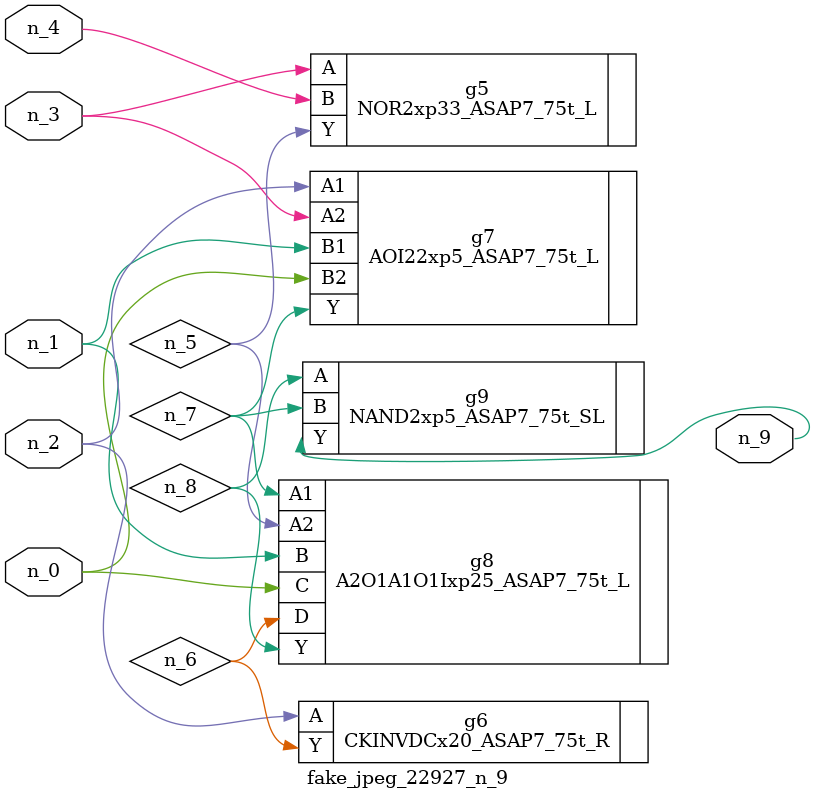
<source format=v>
module fake_jpeg_22927_n_9 (n_3, n_2, n_1, n_0, n_4, n_9);

input n_3;
input n_2;
input n_1;
input n_0;
input n_4;

output n_9;

wire n_8;
wire n_6;
wire n_5;
wire n_7;

NOR2xp33_ASAP7_75t_L g5 ( 
.A(n_3),
.B(n_4),
.Y(n_5)
);

CKINVDCx20_ASAP7_75t_R g6 ( 
.A(n_2),
.Y(n_6)
);

AOI22xp5_ASAP7_75t_L g7 ( 
.A1(n_2),
.A2(n_3),
.B1(n_1),
.B2(n_0),
.Y(n_7)
);

A2O1A1O1Ixp25_ASAP7_75t_L g8 ( 
.A1(n_7),
.A2(n_5),
.B(n_1),
.C(n_0),
.D(n_6),
.Y(n_8)
);

NAND2xp5_ASAP7_75t_SL g9 ( 
.A(n_8),
.B(n_7),
.Y(n_9)
);


endmodule
</source>
